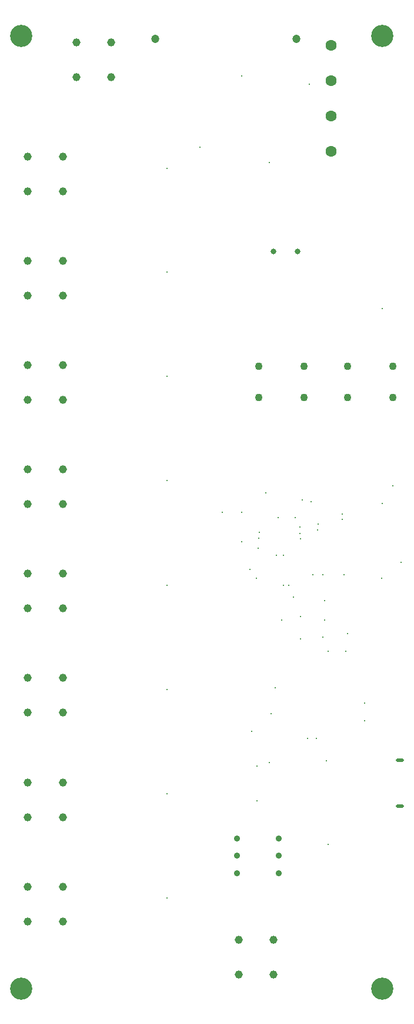
<source format=gbr>
%TF.GenerationSoftware,KiCad,Pcbnew,8.0.8+1*%
%TF.CreationDate,2025-02-28T15:38:28+00:00*%
%TF.ProjectId,belegt,62656c65-6774-42e6-9b69-6361645f7063,rev?*%
%TF.SameCoordinates,Original*%
%TF.FileFunction,Plated,1,4,PTH,Mixed*%
%TF.FilePolarity,Positive*%
%FSLAX46Y46*%
G04 Gerber Fmt 4.6, Leading zero omitted, Abs format (unit mm)*
G04 Created by KiCad (PCBNEW 8.0.8+1) date 2025-02-28 15:38:28*
%MOMM*%
%LPD*%
G01*
G04 APERTURE LIST*
%TA.AperFunction,ViaDrill*%
%ADD10C,0.300000*%
%TD*%
G04 aperture for slot hole*
%TA.AperFunction,ComponentDrill*%
%ADD11C,0.500000*%
%TD*%
%TA.AperFunction,ComponentDrill*%
%ADD12C,0.800000*%
%TD*%
%TA.AperFunction,ComponentDrill*%
%ADD13C,0.900000*%
%TD*%
%TA.AperFunction,ComponentDrill*%
%ADD14C,1.100000*%
%TD*%
%TA.AperFunction,ComponentDrill*%
%ADD15C,1.150000*%
%TD*%
%TA.AperFunction,ComponentDrill*%
%ADD16C,1.200000*%
%TD*%
%TA.AperFunction,ComponentDrill*%
%ADD17C,1.600000*%
%TD*%
%TA.AperFunction,ComponentDrill*%
%ADD18C,3.200000*%
%TD*%
G04 APERTURE END LIST*
D10*
X105000000Y-53095000D03*
X105000000Y-68000000D03*
X105000000Y-83000000D03*
X105000000Y-98000000D03*
X105000000Y-113000000D03*
X105000000Y-128000000D03*
X105000000Y-143000000D03*
X105000000Y-158000000D03*
X109750000Y-50000000D03*
X113000000Y-102500000D03*
X115750000Y-39750000D03*
X115750000Y-102500000D03*
X115750000Y-106750000D03*
X117000000Y-110750000D03*
X117250000Y-134000000D03*
X117900000Y-112000000D03*
X118000000Y-139000000D03*
X118000000Y-144000000D03*
X118139352Y-107662500D03*
X118250000Y-106250000D03*
X118285551Y-105450789D03*
X119250000Y-99750000D03*
X119750000Y-52250000D03*
X119750000Y-138500000D03*
X120000000Y-131500000D03*
X120600000Y-127750000D03*
X120750000Y-108750000D03*
X121000000Y-103250000D03*
X121500000Y-118000000D03*
X121750000Y-108750000D03*
X121750000Y-113000000D03*
X122550003Y-113000000D03*
X123250000Y-114750000D03*
X123500000Y-103250000D03*
X124175001Y-104670368D03*
X124184113Y-105552552D03*
X124224068Y-106351554D03*
X124250000Y-117500000D03*
X124250000Y-120750000D03*
X124500000Y-100750000D03*
X125250000Y-135000000D03*
X125500000Y-41000000D03*
X125750000Y-101000000D03*
X126000000Y-111500000D03*
X126500000Y-135000000D03*
X126725737Y-105074266D03*
X126750000Y-104250000D03*
X127500000Y-111500000D03*
X127500000Y-120500000D03*
X127750000Y-115250000D03*
X127750000Y-118000000D03*
X128000000Y-138250000D03*
X128250000Y-122500000D03*
X128250000Y-150250000D03*
X130250000Y-102750000D03*
X130250000Y-103550003D03*
X130500000Y-111500000D03*
X130750000Y-122500000D03*
X131000000Y-120000000D03*
X133500000Y-130000000D03*
X133500000Y-132500000D03*
X135962165Y-112017443D03*
X136000000Y-73250000D03*
X136000000Y-101250000D03*
X137500000Y-98750000D03*
X138750000Y-109750000D03*
D11*
%TO.C,J301*%
X138200000Y-138150000D02*
X138900000Y-138150000D01*
X138200000Y-144750000D02*
X138900000Y-144750000D01*
D12*
%TO.C,C111*%
X120347349Y-65000000D03*
X123847349Y-65000000D03*
D13*
%TO.C,SW101*%
X115077500Y-149422500D03*
X115077500Y-151922500D03*
X115077500Y-154422500D03*
X121077500Y-149422500D03*
X121077500Y-151922500D03*
X121077500Y-154422500D03*
D14*
%TO.C,SW102*%
X118250000Y-81500000D03*
X118250000Y-86000000D03*
X124750000Y-81500000D03*
X124750000Y-86000000D03*
%TO.C,SW103*%
X131000000Y-81500000D03*
X131000000Y-86000000D03*
X137500000Y-81500000D03*
X137500000Y-86000000D03*
D15*
%TO.C,J201*%
X85000000Y-51350000D03*
X85000000Y-56350000D03*
%TO.C,J202*%
X85000000Y-66350000D03*
X85000000Y-71350000D03*
%TO.C,J203*%
X85000000Y-81350000D03*
X85000000Y-86350000D03*
%TO.C,J204*%
X85000000Y-96350000D03*
X85000000Y-101350000D03*
%TO.C,J205*%
X85000000Y-111350000D03*
X85000000Y-116350000D03*
%TO.C,J206*%
X85000000Y-126350000D03*
X85000000Y-131350000D03*
%TO.C,J207*%
X85000000Y-141350000D03*
X85000000Y-146350000D03*
%TO.C,J208*%
X85000000Y-156350000D03*
X85000000Y-161350000D03*
%TO.C,J201*%
X90000000Y-51350000D03*
X90000000Y-56350000D03*
%TO.C,J202*%
X90000000Y-66350000D03*
X90000000Y-71350000D03*
%TO.C,J203*%
X90000000Y-81350000D03*
X90000000Y-86350000D03*
%TO.C,J204*%
X90000000Y-96350000D03*
X90000000Y-101350000D03*
%TO.C,J205*%
X90000000Y-111350000D03*
X90000000Y-116350000D03*
%TO.C,J206*%
X90000000Y-126350000D03*
X90000000Y-131350000D03*
%TO.C,J207*%
X90000000Y-141350000D03*
X90000000Y-146350000D03*
%TO.C,J208*%
X90000000Y-156350000D03*
X90000000Y-161350000D03*
%TO.C,J101*%
X92000000Y-35000000D03*
X92000000Y-40000000D03*
X97000000Y-35000000D03*
X97000000Y-40000000D03*
%TO.C,J103*%
X115350000Y-164000000D03*
X115350000Y-169000000D03*
X120350000Y-164000000D03*
X120350000Y-169000000D03*
D16*
%TO.C,R108*%
X103340000Y-34500000D03*
X123660000Y-34500000D03*
D17*
%TO.C,D102*%
X128650000Y-35410000D03*
X128650000Y-40490000D03*
X128650000Y-45570000D03*
X128650000Y-50650000D03*
D18*
%TO.C,H101*%
X84000000Y-34000000D03*
%TO.C,H102*%
X84000000Y-171000000D03*
%TO.C,H103*%
X136000000Y-34000000D03*
%TO.C,H104*%
X136000000Y-171000000D03*
M02*

</source>
